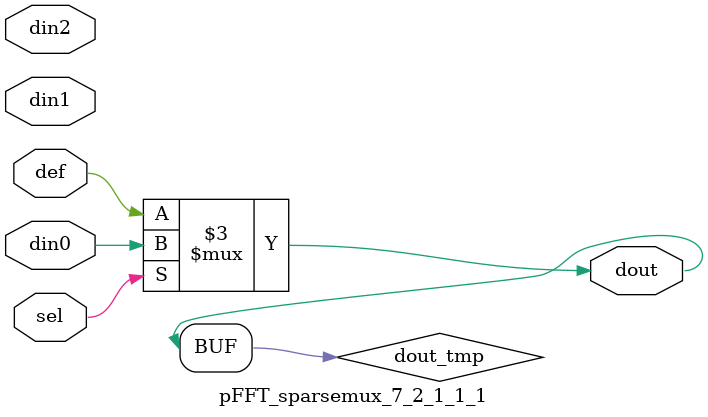
<source format=v>
`timescale 1ns / 1ps

module pFFT_sparsemux_7_2_1_1_1 (din0,din1,din2,def,sel,dout);

parameter din0_WIDTH = 1;

parameter din1_WIDTH = 1;

parameter din2_WIDTH = 1;

parameter def_WIDTH = 1;
parameter sel_WIDTH = 1;
parameter dout_WIDTH = 1;

parameter [sel_WIDTH-1:0] CASE0 = 1;

parameter [sel_WIDTH-1:0] CASE1 = 1;

parameter [sel_WIDTH-1:0] CASE2 = 1;

parameter ID = 1;
parameter NUM_STAGE = 1;



input [din0_WIDTH-1:0] din0;

input [din1_WIDTH-1:0] din1;

input [din2_WIDTH-1:0] din2;

input [def_WIDTH-1:0] def;
input [sel_WIDTH-1:0] sel;

output [dout_WIDTH-1:0] dout;



reg [dout_WIDTH-1:0] dout_tmp;


always @ (*) begin
(* parallel_case *) case (sel)
    
    CASE0 : dout_tmp = din0;
    
    CASE1 : dout_tmp = din1;
    
    CASE2 : dout_tmp = din2;
    
    default : dout_tmp = def;
endcase
end


assign dout = dout_tmp;



endmodule

</source>
